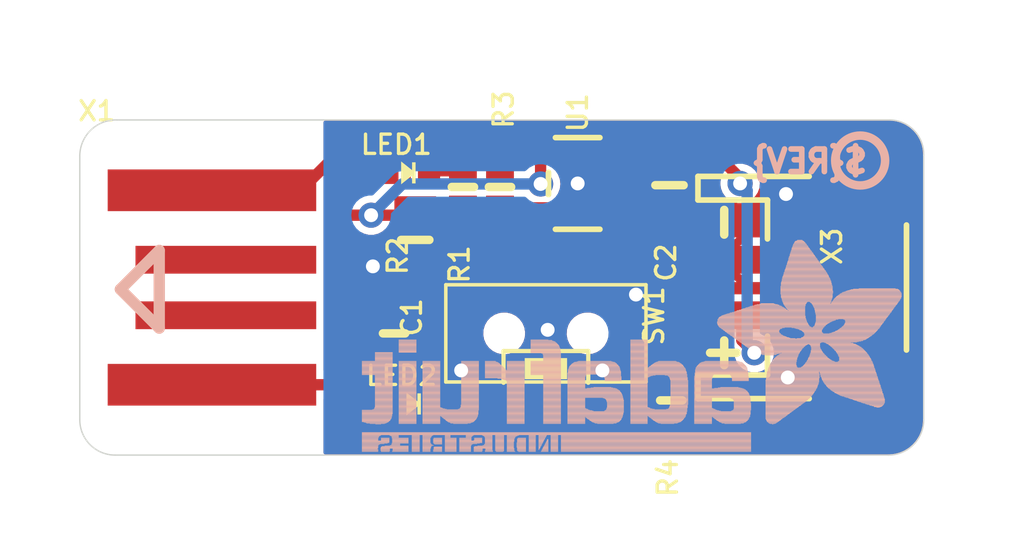
<source format=kicad_pcb>
(kicad_pcb (version 20221018) (generator pcbnew)
  (layers (0 "F.Cu" signal) (31 "B.Cu" signal) (34 "B.Paste" user) (35 "F.Paste" user) (36 "B.SilkS" user "B.Silkscreen") (37 "F.SilkS" user "F.Silkscreen") (38 "B.Mask" user) (39 "F.Mask" user) (44 "Edge.Cuts" user))
  (net 0 "")
  (net 1 "GND")
  (net 2 "N$1")
  (net 3 "N$2")
  (net 4 "VDD")
  (net 5 "VBAT")
  (net 6 "N$5")
  (net 7 "N$6")
  (net 8 "N$3")
  (net 9 "N$4")
  (footprint "working:0603-NO" (layer "F.Cu") (at 144.627396 106.654793 90)
    (fp_text reference "R2" (at 2.032 0.127 90) (layer "F.SilkS") (effects (font (size 0.692831 0.692831) (thickness 0.119969)) (justify left)))
    (fp_text value "10K")
    (pad "1" smd rect (at -0.85 0 90) (size 1.075 1) (layers "F.Cu" "F.Paste" "F.Mask") (net 7 "N$6"))
    (pad "2" smd rect (at 0.85 0 90) (size 1.075 1) (layers "F.Cu" "F.Paste" "F.Mask") (net 3 "N$2"))
  )
  (footprint "working:PLABEL0" (layer "F.Cu") (at 143.103396 100.241293)
    (fp_text reference "PLABEL0" hide)
    (fp_text value "" hide)
  )
  (footprint "working:CHIPLED_0603_NOOUTLINE" (layer "F.Cu") (at 145.325896 109.194793 -90)
    (fp_text reference "LED2" (at -1.016 1.778) (layer "F.SilkS") (effects (font (size 0.692831 0.692831) (thickness 0.119969)) (justify left)))
    (fp_text value "GREEN")
    (pad "A" smd rect (at 0 0.75 270) (size 0.8 0.8) (layers "F.Cu" "F.Paste" "F.Mask") (net 7 "N$6"))
    (pad "C" smd rect (at 0 -0.75 270) (size 0.8 0.8) (layers "F.Cu" "F.Paste" "F.Mask") (net 1 "GND"))
  )
  (footprint "working:0805-NO" (layer "F.Cu") (at 154.533396 101.320793 -90)
    (fp_text reference "C2" (at 2.032 0.127 90) (layer "F.SilkS") (effects (font (size 0.692831 0.692831) (thickness 0.119969)) (justify right)))
    (fp_text value "10uF")
    (pad "1" smd rect (at -0.95 0 270) (size 1.24 1.5) (layers "F.Cu" "F.Paste" "F.Mask") (net 5 "VBAT"))
    (pad "2" smd rect (at 0.95 0 270) (size 1.24 1.5) (layers "F.Cu" "F.Paste" "F.Mask") (net 1 "GND"))
  )
  (footprint "working:PLABEL5" (layer "F.Cu") (at 150.850396 110.020293)
    (fp_text reference "PLABEL5" hide)
    (fp_text value "" hide)
  )
  (footprint "working:CHIPLED_0603_NOOUTLINE" (layer "F.Cu") (at 145.135396 100.876293 -90)
    (fp_text reference "LED1" (at -1.016 1.778) (layer "F.SilkS") (effects (font (size 0.692831 0.692831) (thickness 0.119969)) (justify left)))
    (fp_text value "RED")
    (pad "A" smd rect (at 0 0.75 270) (size 0.8 0.8) (layers "F.Cu" "F.Paste" "F.Mask") (net 4 "VDD"))
    (pad "C" smd rect (at 0 -0.75 270) (size 0.8 0.8) (layers "F.Cu" "F.Paste" "F.Mask") (net 2 "N$1"))
  )
  (footprint "working:JSTPH2_BATT" (layer "F.Cu") (at 158.406896 105.003793 -90)
    (fp_text reference "X3" (at -2.2225 -1.9685 90) (layer "F.SilkS") (effects (font (size 0.692831 0.692831) (thickness 0.119969)) (justify right)))
    (fp_text value "CON_JST_PH_2PIN_MT_BATT")
    (pad "1" smd rect (at -1 2.049 270) (size 1 4.6) (layers "F.Cu" "F.Paste" "F.Mask") (net 1 "GND"))
    (pad "2" smd rect (at 1 2.049 270) (size 1 4.6) (layers "F.Cu" "F.Paste" "F.Mask") (net 5 "VBAT"))
    (pad "NC1" smd rect (at -3.4 -3.151) (size 3.4 1.6) (layers "F.Cu" "F.Paste" "F.Mask") (net 1 "GND"))
    (pad "NC2" smd rect (at 3.4 -3.151) (size 3.4 1.6) (layers "F.Cu" "F.Paste" "F.Mask") (net 1 "GND"))
  )
  (footprint "working:FIDUCIAL_1MM" (layer "F.Cu") (at 160.819896 105.003793)
    (fp_text reference "FID1" hide)
    (fp_text value "FIDUCIAL_1MM" hide)
    (pad "1" smd roundrect (at 0 0) (size 1 1) (layers "F.Cu" "F.Mask") (roundrect_rratio 0.5))
  )
  (footprint "working:PLABEL1" (layer "F.Cu") (at 142.531896 110.845793)
    (fp_text reference "PLABEL1" hide)
    (fp_text value "" hide)
  )
  (footprint "working:PLABEL8" (layer "F.Cu") (at 148.437396 104.368793)
    (fp_text reference "PLABEL8" hide)
    (fp_text value "" hide)
  )
  (footprint "working:PLABEL6" (layer "F.Cu") (at 146.278396 108.178793 90)
    (fp_text reference "PLABEL6" hide)
    (fp_text value "" hide)
  )
  (footprint "working:0603-NO" (layer "F.Cu") (at 147.103896 101.384293 -90)
    (fp_text reference "R1" (at 2.032 0.127 90) (layer "F.SilkS") (effects (font (size 0.692831 0.692831) (thickness 0.119969)) (justify right)))
    (fp_text value "2K")
    (pad "1" smd rect (at -0.85 0 270) (size 1.075 1) (layers "F.Cu" "F.Paste" "F.Mask") (net 2 "N$1"))
    (pad "2" smd rect (at 0.85 0 270) (size 1.075 1) (layers "F.Cu" "F.Paste" "F.Mask") (net 3 "N$2"))
  )
  (footprint "working:0603-NO" (layer "F.Cu") (at 148.437396 101.384293 90)
    (fp_text reference "R3" (at 2.032 0.127 90) (layer "F.SilkS") (effects (font (size 0.692831 0.692831) (thickness 0.119969)) (justify left)))
    (fp_text value "10K")
    (pad "1" smd rect (at -0.85 0 90) (size 1.075 1) (layers "F.Cu" "F.Paste" "F.Mask") (net 8 "N$3"))
    (pad "2" smd rect (at 0.85 0 90) (size 1.075 1) (layers "F.Cu" "F.Paste" "F.Mask") (net 1 "GND"))
  )
  (footprint "working:PLABEL7" (layer "F.Cu") (at 150.977396 104.368793)
    (fp_text reference "PLABEL7" hide)
    (fp_text value "" hide)
  )
  (footprint "working:SOT23-5" (layer "F.Cu") (at 151.231396 101.257293 90)
    (fp_text reference "U1" (at 1.778 0 90) (layer "F.SilkS") (effects (font (size 0.692831 0.692831) (thickness 0.119969)) (justify left)))
    (fp_text value "MCP73831T-2ACI/OT")
    (pad "1" smd rect (at -0.95 1.3001 90) (size 0.55 1.2) (layers "F.Cu" "F.Paste" "F.Mask") (net 3 "N$2"))
    (pad "2" smd rect (at 0 1.3001 90) (size 0.55 1.2) (layers "F.Cu" "F.Paste" "F.Mask") (net 1 "GND"))
    (pad "3" smd rect (at 0.95 1.3001 90) (size 0.55 1.2) (layers "F.Cu" "F.Paste" "F.Mask") (net 5 "VBAT"))
    (pad "4" smd rect (at 0.95 -1.3001 90) (size 0.55 1.2) (layers "F.Cu" "F.Paste" "F.Mask") (net 4 "VDD"))
    (pad "5" smd rect (at -0.95 -1.3001 90) (size 0.55 1.2) (layers "F.Cu" "F.Paste" "F.Mask") (net 6 "N$5"))
  )
  (footprint "working:PLABEL2" (layer "F.Cu") (at 155.930396 100.368293)
    (fp_text reference "PLABEL2" hide)
    (fp_text value "" hide)
  )
  (footprint "working:USBA_PCB" (layer "F.Cu") (at 138.277396 105.003793)
    (fp_text reference "X1" (at -5.08 -6.35) (layer "F.SilkS") (effects (font (size 0.692831 0.692831) (thickness 0.119969)) (justify left)))
    (fp_text value "PCBUSB")
    (pad "GND" smd rect (at -0.2 -3.5) (size 7.5 1.5) (layers "F.Cu" "F.Mask") (net 1 "GND"))
    (pad "USB_NEG" smd rect (at 0.3 1) (size 6.5 1) (layers "F.Cu" "F.Mask"))
    (pad "USB_PLUS" smd rect (at 0.3 -1) (size 6.5 1) (layers "F.Cu" "F.Mask"))
    (pad "VCC" smd rect (at -0.2 3.5) (size 7.5 1.5) (layers "F.Cu" "F.Mask") (net 4 "VDD"))
  )
  (footprint "working:PLABEL4" (layer "F.Cu") (at 148.500896 110.083793)
    (fp_text reference "PLABEL4" hide)
    (fp_text value "" hide)
  )
  (footprint "working:0603-NO" (layer "F.Cu") (at 154.596896 109.067793 -90)
    (fp_text reference "R4" (at 2.032 0.127 90) (layer "F.SilkS") (effects (font (size 0.692831 0.692831) (thickness 0.119969)) (justify right)))
    (fp_text value "2K")
    (pad "1" smd rect (at -0.85 0 270) (size 1.075 1) (layers "F.Cu" "F.Paste" "F.Mask") (net 9 "N$4"))
    (pad "2" smd rect (at 0.85 0 270) (size 1.075 1) (layers "F.Cu" "F.Paste" "F.Mask") (net 1 "GND"))
  )
  (footprint "working:EG1390" (layer "F.Cu") (at 150.088396 106.654793 180)
    (fp_text reference "SW1" (at -3.886 1.764 90) (layer "F.SilkS") (effects (font (size 0.692831 0.692831) (thickness 0.119969)) (justify right)))
    (fp_text value "DPDT Switch")
    (pad "" np_thru_hole circle (at -1.5 0 180) (size 1 1) (drill 1) (layers "*.Cu" "*.Mask"))
    (pad "" np_thru_hole circle (at 1.5 0 180) (size 1 1) (drill 1) (layers "*.Cu" "*.Mask"))
    (pad "O1" smd rect (at -2.5 -2.8 180) (size 1 1.5) (layers "F.Cu" "F.Paste" "F.Mask") (net 1 "GND"))
    (pad "O2" smd rect (at -2.5 2.8 180) (size 1 1.5) (layers "F.Cu" "F.Paste" "F.Mask") (net 9 "N$4"))
    (pad "P1" smd rect (at 0 -2.8 180) (size 1 1.5) (layers "F.Cu" "F.Paste" "F.Mask") (net 1 "GND"))
    (pad "P2" smd rect (at 0 2.8 180) (size 1 1.5) (layers "F.Cu" "F.Paste" "F.Mask") (net 6 "N$5"))
    (pad "S1" smd rect (at 2.5 -2.8 180) (size 1 1.5) (layers "F.Cu" "F.Paste" "F.Mask") (net 1 "GND"))
    (pad "S2" smd rect (at 2.5 2.8 180) (size 1 1.5) (layers "F.Cu" "F.Paste" "F.Mask") (net 8 "N$3"))
  )
  (footprint "working:PLABEL3" (layer "F.Cu") (at 157.073396 110.655293)
    (fp_text reference "PLABEL3" hide)
    (fp_text value "" hide)
  )
  (footprint "working:0805-NO" (layer "F.Cu") (at 145.389396 103.289293 -90)
    (fp_text reference "C1" (at 2.032 0.127 90) (layer "F.SilkS") (effects (font (size 0.692831 0.692831) (thickness 0.119969)) (justify right)))
    (fp_text value "10uF")
    (pad "1" smd rect (at -0.95 0 270) (size 1.24 1.5) (layers "F.Cu" "F.Paste" "F.Mask") (net 4 "VDD"))
    (pad "2" smd rect (at 0.95 0 270) (size 1.24 1.5) (layers "F.Cu" "F.Paste" "F.Mask") (net 1 "GND"))
  )
  (footprint "working:PLABEL11" (layer "B.Cu") (at 157.835396 100.749293 180)
    (fp_text reference "PLABEL11" hide)
    (fp_text value "" hide)
  )
  (footprint "working:PLABEL9" (layer "B.Cu") (at 156.565396 106.083293 180)
    (fp_text reference "PLABEL9" hide)
    (fp_text value "" hide)
  )
  (footprint "working:PLABEL10" (layer "B.Cu") (at 137.324896 104.940293 90)
    (fp_text reference "PLABEL10" hide)
    (fp_text value "" hide)
  )
  (footprint "working:PCBFEAT-REV-040" (layer "B.Cu") (at 161.391396 100.431793 180)
    (fp_text reference "U$9" hide)
    (fp_text value "" hide)
    (fp_text user "${REV}" (at -0.3556 -0.508) (layer "B.SilkS") (effects (font (size 0.8128 0.8128) (thickness 0.2032)) (justify left bottom mirror)))
  )
  (footprint "working:ADAFRUIT_TEXT_20MM" (layer "B.Cu") (at 163.042396 110.909293 180)
    (fp_text reference "U$8" hide)
    (fp_text value "" hide)
  )
  (gr_line (start 134.784896 105.067293) (end 136.181896 106.464293) (stroke (width 0.4064)) (layer "B.SilkS"))
  (gr_line (start 136.181896 103.670293) (end 134.784896 105.067293) (stroke (width 0.4064)) (layer "B.SilkS"))
  (gr_line (start 136.181896 106.464293) (end 136.181896 103.670293) (stroke (width 0.4064)) (layer "B.SilkS"))
  (gr_arc (start 134.594396 111.036293) (mid 133.69637 110.664319) (end 133.324396 109.766293) (stroke (width 0.05)) (layer "Edge.Cuts"))
  (gr_arc (start 162.470896 98.971293) (mid 163.337172 99.356419) (end 163.677396 100.241293) (stroke (width 0.05)) (layer "Edge.Cuts"))
  (gr_arc (start 133.324396 100.241293) (mid 133.72812 99.330116) (end 134.657896 98.971293) (stroke (width 0.05)) (layer "Edge.Cuts"))
  (gr_line (start 133.324396 109.766293) (end 133.324396 100.241293) (stroke (width 0.05)) (layer "Edge.Cuts"))
  (gr_line (start 163.677396 100.241293) (end 163.677396 109.766293) (stroke (width 0.05)) (layer "Edge.Cuts"))
  (gr_line (start 162.407396 111.036293) (end 134.594396 111.036293) (stroke (width 0.05)) (layer "Edge.Cuts"))
  (gr_arc (start 163.677396 109.766293) (mid 163.305422 110.664319) (end 162.407396 111.036293) (stroke (width 0.05)) (layer "Edge.Cuts"))
  (gr_line (start 134.657896 98.971293) (end 162.470896 98.971293) (stroke (width 0.05)) (layer "Edge.Cuts"))
  (gr_text "" (at 154.215896 105.130793) (layer "B.SilkS") (effects (font (size 0.87376 0.87376) (thickness 0.14224)) (justify left bottom mirror)))
  (segment (start 138.077396 101.503793) (end 141.269396 101.503793) (width 0.4064) (layer "F.Cu") (net 1))
  (segment (start 153.326896 101.257293) (end 154.340396 102.270793) (width 0.4064) (layer "F.Cu") (net 1))
  (segment (start 141.269396 101.503793) (end 142.912896 99.860293) (width 0.4064) (layer "F.Cu") (net 1))
  (segment (start 152.531496 101.257293) (end 153.326896 101.257293) (width 0.4064) (layer "F.Cu") (net 1))
  (segment (start 154.533396 102.270793) (end 154.533396 104.231731) (width 0.4064) (layer "F.Cu") (net 1))
  (segment (start 154.340396 102.270793) (end 154.533396 102.270793) (width 0.4064) (layer "F.Cu") (net 1))
  (via (at 150.151896 106.527793) (size 0.9064) (drill 0.5) (layers "F.Cu" "B.Cu") (net 1))
  (via (at 143.865396 104.241793) (size 0.9064) (drill 0.5) (layers "F.Cu" "B.Cu") (net 1))
  (via (at 147.040396 107.988293) (size 0.9064) (drill 0.5) (layers "F.Cu" "B.Cu") (net 1))
  (via (at 151.231396 101.257293) (size 0.9064) (drill 0.5) (layers "F.Cu" "B.Cu") (net 1))
  (via (at 158.787896 108.242293) (size 0.9064) (drill 0.5) (layers "F.Cu" "B.Cu") (net 1))
  (via (at 152.120396 107.988293) (size 0.9064) (drill 0.5) (layers "F.Cu" "B.Cu") (net 1))
  (via (at 158.724396 101.638293) (size 0.9064) (drill 0.5) (layers "F.Cu" "B.Cu") (net 1))
  (via (at 153.326896 105.257793) (size 0.9064) (drill 0.5) (layers "F.Cu" "B.Cu") (net 1))
  (segment (start 146.761896 100.876293) (end 147.103896 100.534293) (width 0.254) (layer "F.Cu") (net 2))
  (segment (start 145.885396 100.876293) (end 146.761896 100.876293) (width 0.254) (layer "F.Cu") (net 2))
  (segment (start 147.103896 102.615293) (end 146.659396 103.059793) (width 0.254) (layer "F.Cu") (net 3))
  (segment (start 151.104396 102.463793) (end 151.104396 104.686293) (width 0.254) (layer "F.Cu") (net 3))
  (segment (start 146.659396 105.257793) (end 146.532396 105.384793) (width 0.254) (layer "F.Cu") (net 3))
  (segment (start 152.531496 102.207293) (end 151.360896 102.207293) (width 0.254) (layer "F.Cu") (net 3))
  (segment (start 146.659396 103.059793) (end 146.659396 105.257793) (width 0.254) (layer "F.Cu") (net 3))
  (segment (start 147.103896 102.234293) (end 147.103896 102.615293) (width 0.254) (layer "F.Cu") (net 3))
  (segment (start 146.532396 105.384793) (end 145.960896 105.956293) (width 0.254) (layer "F.Cu") (net 3))
  (segment (start 144.778896 105.956293) (end 144.627396 105.804793) (width 0.254) (layer "F.Cu") (net 3))
  (segment (start 151.360896 102.207293) (end 151.104396 102.463793) (width 0.254) (layer "F.Cu") (net 3))
  (segment (start 150.405896 105.384793) (end 146.532396 105.384793) (width 0.254) (layer "F.Cu") (net 3))
  (segment (start 145.960896 105.956293) (end 144.778896 105.956293) (width 0.254) (layer "F.Cu") (net 3))
  (segment (start 151.104396 104.686293) (end 150.405896 105.384793) (width 0.254) (layer "F.Cu") (net 3))
  (segment (start 144.385396 100.876293) (end 143.420896 100.876293) (width 0.4064) (layer "F.Cu") (net 4))
  (segment (start 142.912896 101.384293) (end 142.912896 102.339293) (width 0.4064) (layer "F.Cu") (net 4))
  (segment (start 143.420896 100.876293) (end 142.912896 101.384293) (width 0.4064) (layer "F.Cu") (net 4))
  (segment (start 149.897896 101.275893) (end 149.897896 100.340693) (width 0.4064) (layer "F.Cu") (net 4))
  (segment (start 145.328396 102.400293) (end 145.389396 102.339293) (width 0.4064) (layer "F.Cu") (net 4))
  (segment (start 142.912896 102.339293) (end 142.912896 108.24229) (width 0.4064) (layer "F.Cu") (net 4))
  (segment (start 142.651396 108.503793) (end 138.077396 108.503793) (width 0.4064) (layer "F.Cu") (net 4))
  (segment (start 142.912896 102.339293) (end 142.973896 102.400293) (width 0.4064) (layer "F.Cu") (net 4))
  (segment (start 142.912896 108.24229) (end 142.651396 108.503793) (width 0.4064) (layer "F.Cu") (net 4))
  (segment (start 149.897896 100.340693) (end 149.931296 100.307293) (width 0.4064) (layer "F.Cu") (net 4))
  (segment (start 142.973896 102.400293) (end 143.801896 102.400293) (width 0.4064) (layer "F.Cu") (net 4))
  (segment (start 143.801896 102.400293) (end 145.328396 102.400293) (width 0.4064) (layer "F.Cu") (net 4))
  (via (at 149.897896 101.275893) (size 0.9064) (drill 0.5) (layers "F.Cu" "B.Cu") (net 4))
  (via (at 143.801896 102.400293) (size 0.9064) (drill 0.5) (layers "F.Cu" "B.Cu") (net 4))
  (segment (start 143.801896 102.400293) (end 144.926296 101.275893) (width 0.4064) (layer "B.Cu") (net 4))
  (segment (start 144.926296 101.275893) (end 149.897896 101.275893) (width 0.4064) (layer "B.Cu") (net 4))
  (segment (start 157.073396 101.257293) (end 157.073396 101.066793) (width 0.4064) (layer "F.Cu") (net 5))
  (segment (start 157.136896 106.146793) (end 156.993896 106.003793) (width 0.4064) (layer "F.Cu") (net 5))
  (segment (start 157.073396 101.066793) (end 156.377396 100.370793) (width 0.4064) (layer "F.Cu") (net 5))
  (segment (start 154.533396 100.370793) (end 156.377396 100.370793) (width 0.4064) (layer "F.Cu") (net 5))
  (segment (start 154.469896 100.307293) (end 154.533396 100.370793) (width 0.4064) (layer "F.Cu") (net 5))
  (segment (start 157.581396 107.353293) (end 157.136896 106.908793) (width 0.4064) (layer "F.Cu") (net 5))
  (segment (start 157.136896 106.908793) (end 157.136896 106.146793) (width 0.4064) (layer "F.Cu") (net 5))
  (segment (start 152.531496 100.307293) (end 154.469896 100.307293) (width 0.4064) (layer "F.Cu") (net 5))
  (segment (start 156.993896 106.003793) (end 156.357896 106.003793) (width 0.4064) (layer "F.Cu") (net 5))
  (via (at 157.073396 101.257293) (size 0.9064) (drill 0.5) (layers "F.Cu" "B.Cu") (net 5))
  (via (at 157.581396 107.353293) (size 0.9064) (drill 0.5) (layers "F.Cu" "B.Cu") (net 5))
  (segment (start 157.327396 101.511293) (end 157.327396 107.099293) (width 0.4064) (layer "B.Cu") (net 5))
  (segment (start 157.327396 107.099293) (end 157.581396 107.353293) (width 0.4064) (layer "B.Cu") (net 5))
  (segment (start 157.073396 101.257293) (end 157.327396 101.511293) (width 0.4064) (layer "B.Cu") (net 5))
  (segment (start 149.931296 103.697693) (end 150.088396 103.854793) (width 0.254) (layer "F.Cu") (net 6))
  (segment (start 149.931296 102.207293) (end 149.931296 103.697693) (width 0.254) (layer "F.Cu") (net 6))
  (segment (start 144.575896 107.556293) (end 144.575896 109.194793) (width 0.254) (layer "F.Cu") (net 7))
  (segment (start 144.627396 107.504793) (end 144.575896 107.556293) (width 0.254) (layer "F.Cu") (net 7))
  (segment (start 148.437396 103.005793) (end 147.588396 103.854793) (width 0.254) (layer "F.Cu") (net 8))
  (segment (start 148.437396 102.234293) (end 148.437396 103.005793) (width 0.254) (layer "F.Cu") (net 8))
  (segment (start 154.596896 108.217793) (end 154.254896 108.217793) (width 0.254) (layer "F.Cu") (net 9))
  (segment (start 152.461396 103.981793) (end 152.588396 103.854793) (width 0.254) (layer "F.Cu") (net 9))
  (segment (start 152.461396 103.981793) (end 152.461396 106.424293) (width 0.254) (layer "F.Cu") (net 9))
  (segment (start 154.254896 108.217793) (end 152.461396 106.424293) (width 0.254) (layer "F.Cu") (net 9))
  (zone (net 1) (net_name "GND") (layer "F.Cu") (priority 6) (connect_pads (clearance 0.254)) (min_thickness 0.127) (fill yes (thermal_gap 0.304) (thermal_bridge_width 0.304))
    (polygon (pts (xy 163.804396 111.163293) (xy 142.087396 111.163293) (xy 142.087396 98.844293) (xy 163.804396 98.844293)))
  )
  (zone (net 1) (net_name "GND") (layer "B.Cu") (priority 6) (connect_pads (clearance 0.254)) (min_thickness 0.127) (fill yes (thermal_gap 0.304) (thermal_bridge_width 0.304))
    (polygon (pts (xy 163.804396 111.163293) (xy 142.087396 111.163293) (xy 142.087396 98.844293) (xy 163.804396 98.844293)))
  )
)
</source>
